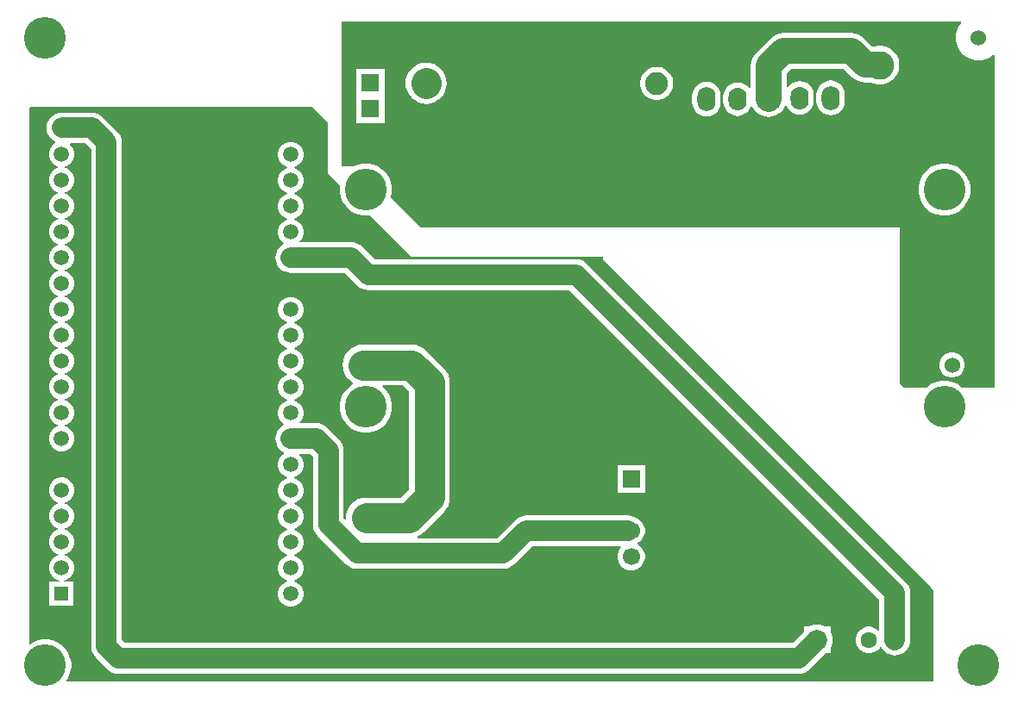
<source format=gbl>
G04*
G04 #@! TF.GenerationSoftware,Altium Limited,Altium Designer,24.9.1 (31)*
G04*
G04 Layer_Physical_Order=2*
G04 Layer_Color=16711680*
%FSTAX24Y24*%
%MOIN*%
G70*
G04*
G04 #@! TF.SameCoordinates,937A2281-D82C-41EB-8C72-0E8F8F28929F*
G04*
G04*
G04 #@! TF.FilePolarity,Positive*
G04*
G01*
G75*
%ADD34C,0.0984*%
%ADD35C,0.1181*%
%ADD36C,0.0787*%
%ADD39C,0.0669*%
%ADD40R,0.0669X0.0669*%
%ADD41C,0.0591*%
%ADD43C,0.0600*%
%ADD44C,0.1614*%
%ADD45O,0.0700X0.0950*%
%ADD46O,0.0700X0.0900*%
%ADD47C,0.1100*%
%ADD48C,0.0630*%
%ADD49R,0.0630X0.0630*%
%ADD50C,0.0886*%
%ADD51R,0.0709X0.0709*%
%ADD52C,0.0500*%
%ADD53R,0.0531X0.0531*%
G36*
X049603Y045934D02*
X049588Y045919D01*
X049491Y045774D01*
X049424Y045613D01*
X04939Y045442D01*
Y045267D01*
X049424Y045096D01*
X049491Y044935D01*
X049588Y04479D01*
X049711Y044666D01*
X049856Y044569D01*
X050017Y044503D01*
X050188Y044468D01*
X050363D01*
X050534Y044503D01*
X050695Y044569D01*
X05084Y044666D01*
X050856Y044682D01*
X050902Y044663D01*
Y031811D01*
X04963D01*
X049592Y031849D01*
X049428Y031959D01*
X049245Y032034D01*
X049051Y032073D01*
X048853D01*
X048659Y032034D01*
X048476Y031959D01*
X048312Y031849D01*
X048274Y031811D01*
X047402D01*
X047244Y031969D01*
Y037992D01*
X02874D01*
X027564Y039168D01*
X027567Y039176D01*
X027606Y03937D01*
Y039568D01*
X027567Y039762D01*
X027492Y039944D01*
X027382Y040109D01*
X027242Y040249D01*
X027078Y040359D01*
X026895Y040434D01*
X026701Y040473D01*
X026503D01*
X026309Y040434D01*
X026133Y040361D01*
X02567D01*
Y045981D01*
X049584D01*
X049603Y045934D01*
D02*
G37*
G36*
X025118Y042067D02*
Y040118D01*
X02561Y039627D01*
X025598Y039568D01*
Y03937D01*
X025637Y039176D01*
X025712Y038993D01*
X025822Y038829D01*
X025962Y038689D01*
X026126Y038579D01*
X026309Y038504D01*
X026503Y038465D01*
X026701D01*
X02676Y038477D01*
X028346Y03689D01*
X035748D01*
Y036772D01*
X048543Y023976D01*
Y020437D01*
X015055D01*
X015031Y020481D01*
X015102Y020587D01*
X015178Y02077D01*
X015217Y020964D01*
Y021162D01*
X015178Y021356D01*
X015102Y021539D01*
X014992Y021703D01*
X014853Y021843D01*
X014688Y021953D01*
X014505Y022028D01*
X014311Y022067D01*
X014114D01*
X01392Y022028D01*
X013737Y021953D01*
X013631Y021881D01*
X013586Y021905D01*
Y042638D01*
X013626Y042677D01*
X024508D01*
X025118Y042067D01*
D02*
G37*
%LPC*%
G36*
X045354Y045535D02*
X042738D01*
X042603Y045522D01*
X042473Y045482D01*
X042353Y045418D01*
X042248Y045332D01*
X041671Y044756D01*
X041585Y044651D01*
X041521Y044531D01*
X041482Y044401D01*
X041469Y044266D01*
Y04339D01*
X041419Y043373D01*
X041351Y043461D01*
X041237Y043549D01*
X041104Y043604D01*
X040961Y043623D01*
X040818Y043604D01*
X040685Y043549D01*
X040571Y043461D01*
X040483Y043347D01*
X040428Y043214D01*
X040409Y043071D01*
Y042871D01*
X040428Y042729D01*
X040483Y042595D01*
X040571Y042481D01*
X040685Y042394D01*
X040818Y042338D01*
X040961Y04232D01*
X041104Y042338D01*
X041237Y042394D01*
X041351Y042481D01*
X041439Y042595D01*
X041477Y042688D01*
X041531Y042688D01*
X041585Y042587D01*
X041671Y042482D01*
X041776Y042396D01*
X041896Y042332D01*
X042026Y042292D01*
X042161Y042279D01*
X042296Y042292D01*
X042426Y042332D01*
X042546Y042396D01*
X042651Y042482D01*
X042737Y042587D01*
X042801Y042706D01*
X042802Y042711D01*
X042855Y042714D01*
X042883Y042645D01*
X042971Y042531D01*
X043085Y042444D01*
X043218Y042388D01*
X043361Y04237D01*
X043504Y042388D01*
X043637Y042444D01*
X043751Y042531D01*
X043839Y042645D01*
X043894Y042779D01*
X043913Y042921D01*
Y043121D01*
X043894Y043264D01*
X043839Y043397D01*
X043751Y043511D01*
X043637Y043599D01*
X043504Y043654D01*
X043361Y043673D01*
X043218Y043654D01*
X043085Y043599D01*
X042971Y043511D01*
X042903Y043423D01*
X042853Y04344D01*
Y043979D01*
X043024Y04415D01*
X045068D01*
X045394Y043824D01*
X045499Y043738D01*
X045618Y043674D01*
X045748Y043634D01*
X045883Y043621D01*
X046131D01*
X046247Y043573D01*
X046391Y043544D01*
X046538D01*
X046682Y043573D01*
X046818Y043629D01*
X046941Y043711D01*
X047045Y043815D01*
X047126Y043938D01*
X047183Y044073D01*
X047211Y044218D01*
Y044365D01*
X047183Y044509D01*
X047126Y044645D01*
X047045Y044767D01*
X046941Y044871D01*
X046818Y044953D01*
X046682Y045009D01*
X046538Y045038D01*
X046391D01*
X046247Y045009D01*
X046238Y045006D01*
X04617D01*
X045844Y045332D01*
X045739Y045418D01*
X045619Y045482D01*
X045489Y045522D01*
X045354Y045535D01*
D02*
G37*
G36*
X037898Y044222D02*
X037772D01*
X037648Y044198D01*
X037532Y04415D01*
X037427Y04408D01*
X037338Y043991D01*
X037268Y043886D01*
X037219Y043769D01*
X037195Y043646D01*
Y04352D01*
X037219Y043396D01*
X037268Y04328D01*
X037338Y043175D01*
X037427Y043086D01*
X037532Y043016D01*
X037648Y042968D01*
X037772Y042943D01*
X037898D01*
X038021Y042968D01*
X038138Y043016D01*
X038242Y043086D01*
X038332Y043175D01*
X038402Y04328D01*
X03845Y043396D01*
X038474Y04352D01*
Y043646D01*
X03845Y043769D01*
X038402Y043886D01*
X038332Y043991D01*
X038242Y04408D01*
X038138Y04415D01*
X038021Y044198D01*
X037898Y044222D01*
D02*
G37*
G36*
X028921Y04439D02*
X028767Y044374D01*
X028618Y044329D01*
X028482Y044256D01*
X028362Y044158D01*
X028263Y044038D01*
X02819Y043901D01*
X028145Y043753D01*
X02813Y043598D01*
X028145Y043444D01*
X02819Y043296D01*
X028263Y043159D01*
X028362Y043039D01*
X028378Y043023D01*
X028497Y042925D01*
X028634Y042852D01*
X028783Y042807D01*
X028937Y042791D01*
X029091Y042807D01*
X02924Y042852D01*
X029377Y042925D01*
X029496Y043023D01*
X029595Y043143D01*
X029668Y04328D01*
X029713Y043428D01*
X029728Y043583D01*
X029713Y043737D01*
X029668Y043885D01*
X029595Y044022D01*
X029496Y044142D01*
X029481Y044158D01*
X029361Y044256D01*
X029224Y044329D01*
X029076Y044374D01*
X028921Y04439D01*
D02*
G37*
G36*
X044561Y043698D02*
X044418Y043679D01*
X044285Y043624D01*
X044171Y043536D01*
X044083Y043422D01*
X044028Y043289D01*
X044009Y043146D01*
Y042896D01*
X044028Y042754D01*
X044083Y04262D01*
X044171Y042506D01*
X044285Y042419D01*
X044418Y042363D01*
X044561Y042345D01*
X044704Y042363D01*
X044837Y042419D01*
X044951Y042506D01*
X045039Y04262D01*
X045094Y042754D01*
X045113Y042896D01*
Y043146D01*
X045094Y043289D01*
X045039Y043422D01*
X044951Y043536D01*
X044837Y043624D01*
X044704Y043679D01*
X044561Y043698D01*
D02*
G37*
G36*
X039761Y043648D02*
X039618Y043629D01*
X039485Y043574D01*
X039371Y043486D01*
X039283Y043372D01*
X039228Y043239D01*
X039209Y043096D01*
Y042846D01*
X039228Y042703D01*
X039283Y04257D01*
X039371Y042456D01*
X039485Y042369D01*
X039618Y042313D01*
X039761Y042295D01*
X039904Y042313D01*
X040037Y042369D01*
X040151Y042456D01*
X040239Y04257D01*
X040294Y042703D01*
X040313Y042846D01*
Y043096D01*
X040294Y043239D01*
X040239Y043372D01*
X040151Y043486D01*
X040037Y043574D01*
X039904Y043629D01*
X039761Y043648D01*
D02*
G37*
G36*
X027323Y04415D02*
X02622D01*
Y043047D01*
Y042047D01*
X027323D01*
Y043047D01*
Y04415D01*
D02*
G37*
G36*
X049051Y040473D02*
X048853D01*
X048659Y040434D01*
X048476Y040359D01*
X048312Y040249D01*
X048172Y040109D01*
X048062Y039944D01*
X047987Y039762D01*
X047948Y039568D01*
Y03937D01*
X047987Y039176D01*
X048062Y038993D01*
X048172Y038829D01*
X048312Y038689D01*
X048476Y038579D01*
X048659Y038504D01*
X048853Y038465D01*
X049051D01*
X049245Y038504D01*
X049428Y038579D01*
X049592Y038689D01*
X049732Y038829D01*
X049842Y038993D01*
X049917Y039176D01*
X049956Y03937D01*
Y039568D01*
X049917Y039762D01*
X049842Y039944D01*
X049732Y040109D01*
X049592Y040249D01*
X049428Y040359D01*
X049245Y040434D01*
X049051Y040473D01*
D02*
G37*
G36*
X049313Y033186D02*
X049183D01*
X049056Y033152D01*
X048943Y033087D01*
X04885Y032994D01*
X048785Y032881D01*
X048751Y032754D01*
Y032624D01*
X048785Y032497D01*
X04885Y032384D01*
X048943Y032291D01*
X049056Y032226D01*
X049183Y032192D01*
X049313D01*
X04944Y032226D01*
X049553Y032291D01*
X049646Y032384D01*
X049711Y032497D01*
X049745Y032624D01*
Y032754D01*
X049711Y032881D01*
X049646Y032994D01*
X049553Y033087D01*
X04944Y033152D01*
X049313Y033186D01*
D02*
G37*
G36*
X037382Y028799D02*
X036319D01*
Y027736D01*
X037382D01*
Y028799D01*
D02*
G37*
G36*
X023759Y035319D02*
X023629D01*
X023504Y035285D01*
X023392Y03522D01*
X0233Y035129D01*
X023236Y035016D01*
X023202Y034891D01*
Y034762D01*
X023236Y034636D01*
X0233Y034524D01*
X023392Y034433D01*
X023504Y034368D01*
X023562Y034352D01*
Y0343D01*
X023504Y034285D01*
X023392Y03422D01*
X0233Y034129D01*
X023236Y034016D01*
X023202Y033891D01*
Y033762D01*
X023236Y033636D01*
X0233Y033524D01*
X023392Y033433D01*
X023504Y033368D01*
X023562Y033352D01*
Y0333D01*
X023504Y033285D01*
X023392Y03322D01*
X0233Y033129D01*
X023236Y033016D01*
X023202Y032891D01*
Y032762D01*
X023236Y032636D01*
X0233Y032524D01*
X023392Y032433D01*
X023504Y032368D01*
X023562Y032352D01*
Y032301D01*
X023504Y032285D01*
X023392Y03222D01*
X0233Y032129D01*
X023236Y032016D01*
X023202Y031891D01*
Y031762D01*
X023236Y031636D01*
X0233Y031524D01*
X023392Y031433D01*
X023504Y031368D01*
X023562Y031352D01*
Y0313D01*
X023504Y031285D01*
X023392Y03122D01*
X0233Y031129D01*
X023236Y031016D01*
X023202Y030891D01*
Y030762D01*
X023236Y030636D01*
X0233Y030524D01*
X023392Y030433D01*
X023424Y030414D01*
X023423Y030364D01*
X023371Y030336D01*
X023281Y030262D01*
X023207Y030172D01*
X023153Y03007D01*
X023119Y029958D01*
X023107Y029843D01*
X023119Y029727D01*
X023153Y029615D01*
X023207Y029513D01*
X023281Y029423D01*
X023371Y029349D01*
X023446Y029309D01*
X023447Y029252D01*
X023392Y02922D01*
X0233Y029129D01*
X023236Y029016D01*
X023202Y028891D01*
Y028762D01*
X023236Y028636D01*
X0233Y028524D01*
X023392Y028433D01*
X023504Y028368D01*
X023562Y028352D01*
Y0283D01*
X023504Y028285D01*
X023392Y02822D01*
X0233Y028129D01*
X023236Y028016D01*
X023202Y027891D01*
Y027762D01*
X023236Y027636D01*
X0233Y027524D01*
X023392Y027433D01*
X023504Y027368D01*
X023562Y027352D01*
Y027301D01*
X023504Y027285D01*
X023392Y02722D01*
X0233Y027129D01*
X023236Y027016D01*
X023202Y026891D01*
Y026762D01*
X023236Y026636D01*
X0233Y026524D01*
X023392Y026433D01*
X023504Y026368D01*
X023562Y026352D01*
Y0263D01*
X023504Y026285D01*
X023392Y02622D01*
X0233Y026129D01*
X023236Y026016D01*
X023202Y025891D01*
Y025762D01*
X023236Y025636D01*
X0233Y025524D01*
X023392Y025433D01*
X023504Y025368D01*
X023562Y025352D01*
Y025301D01*
X023504Y025285D01*
X023392Y02522D01*
X0233Y025129D01*
X023236Y025016D01*
X023202Y024891D01*
Y024762D01*
X023236Y024636D01*
X0233Y024524D01*
X023392Y024433D01*
X023504Y024368D01*
X023562Y024352D01*
Y0243D01*
X023504Y024285D01*
X023392Y02422D01*
X0233Y024129D01*
X023236Y024016D01*
X023202Y023891D01*
Y023762D01*
X023236Y023636D01*
X0233Y023524D01*
X023392Y023433D01*
X023504Y023368D01*
X023629Y023334D01*
X023759D01*
X023884Y023368D01*
X023996Y023433D01*
X024088Y023524D01*
X024153Y023636D01*
X024186Y023762D01*
Y023891D01*
X024153Y024016D01*
X024088Y024129D01*
X023996Y02422D01*
X023884Y024285D01*
X023826Y0243D01*
Y024352D01*
X023884Y024368D01*
X023996Y024433D01*
X024088Y024524D01*
X024153Y024636D01*
X024186Y024762D01*
Y024891D01*
X024153Y025016D01*
X024088Y025129D01*
X023996Y02522D01*
X023884Y025285D01*
X023826Y025301D01*
Y025352D01*
X023884Y025368D01*
X023996Y025433D01*
X024088Y025524D01*
X024153Y025636D01*
X024186Y025762D01*
Y025891D01*
X024153Y026016D01*
X024088Y026129D01*
X023996Y02622D01*
X023884Y026285D01*
X023826Y0263D01*
Y026352D01*
X023884Y026368D01*
X023996Y026433D01*
X024088Y026524D01*
X024153Y026636D01*
X024186Y026762D01*
Y026891D01*
X024153Y027016D01*
X024088Y027129D01*
X023996Y02722D01*
X023884Y027285D01*
X023826Y027301D01*
Y027352D01*
X023884Y027368D01*
X023996Y027433D01*
X024088Y027524D01*
X024153Y027636D01*
X024186Y027762D01*
Y027891D01*
X024153Y028016D01*
X024088Y028129D01*
X023996Y02822D01*
X023884Y028285D01*
X023826Y0283D01*
Y028352D01*
X023884Y028368D01*
X023996Y028433D01*
X024088Y028524D01*
X024153Y028636D01*
X024186Y028762D01*
Y028891D01*
X024153Y029016D01*
X024088Y029129D01*
X024017Y029199D01*
X024038Y029249D01*
X024442D01*
X024556Y029135D01*
Y026504D01*
X024567Y026389D01*
X024601Y026277D01*
X024656Y026175D01*
X02473Y026085D01*
X02584Y024974D01*
X02593Y0249D01*
X026033Y024845D01*
X026144Y024812D01*
X02626Y0248D01*
X02626Y0248D01*
X031904D01*
X032019Y024812D01*
X032131Y024845D01*
X032233Y0249D01*
X032323Y024974D01*
X033027Y025678D01*
X036444D01*
X036463Y025632D01*
X036425Y025594D01*
X036355Y025473D01*
X036319Y025338D01*
Y025198D01*
X036355Y025063D01*
X036425Y024941D01*
X036524Y024842D01*
X036645Y024772D01*
X03678Y024736D01*
X03692D01*
X037056Y024772D01*
X037177Y024842D01*
X037276Y024941D01*
X037346Y025063D01*
X037382Y025198D01*
Y025338D01*
X037346Y025473D01*
X037276Y025594D01*
X037177Y025693D01*
X037097Y025739D01*
Y025797D01*
X037177Y025842D01*
X037276Y025941D01*
X037346Y026063D01*
X037382Y026198D01*
Y026338D01*
X037346Y026473D01*
X037276Y026594D01*
X037177Y026693D01*
X037086Y026746D01*
X037062Y026765D01*
X036959Y02682D01*
X036848Y026854D01*
X036732Y026865D01*
X032781D01*
X032666Y026854D01*
X032554Y02682D01*
X032452Y026765D01*
X032362Y026691D01*
X031658Y025987D01*
X028595D01*
X028591Y025993D01*
X02861Y026059D01*
X028701Y026107D01*
X028821Y026206D01*
X029615Y027D01*
X029713Y027119D01*
X029786Y027256D01*
X029831Y027405D01*
X029846Y027559D01*
X029846Y027559D01*
Y031997D01*
X029846Y031997D01*
X029831Y032151D01*
X029786Y0323D01*
X029713Y032437D01*
X029615Y032557D01*
X029615Y032557D01*
X028923Y033248D01*
X028803Y033347D01*
X028666Y03342D01*
X028518Y033465D01*
X028363Y03348D01*
X0265D01*
X026346Y033465D01*
X026197Y03342D01*
X02606Y033347D01*
X025941Y033248D01*
X025842Y033129D01*
X025769Y032992D01*
X025724Y032843D01*
X025709Y032689D01*
X025724Y032535D01*
X025769Y032386D01*
X025842Y032249D01*
X025941Y03213D01*
X02606Y032031D01*
X026113Y032003D01*
X02611Y031948D01*
X025962Y031849D01*
X025822Y031709D01*
X025712Y031544D01*
X025637Y031362D01*
X025598Y031168D01*
Y03097D01*
X025637Y030776D01*
X025712Y030593D01*
X025822Y030429D01*
X025962Y030289D01*
X026126Y030179D01*
X026309Y030104D01*
X026503Y030065D01*
X026701D01*
X026895Y030104D01*
X027078Y030179D01*
X027242Y030289D01*
X027382Y030429D01*
X027492Y030593D01*
X027567Y030776D01*
X027606Y03097D01*
Y031168D01*
X027567Y031362D01*
X027492Y031544D01*
X027382Y031709D01*
X027243Y031848D01*
X027243Y03186D01*
X027255Y031898D01*
X028036D01*
X028264Y031669D01*
Y027887D01*
X027934Y027556D01*
X026615D01*
X02646Y027541D01*
X026312Y027496D01*
X026175Y027423D01*
X026055Y027325D01*
X025957Y027205D01*
X025884Y027068D01*
X025839Y02692D01*
X025823Y026765D01*
X025827Y026733D01*
X025781Y026711D01*
X025743Y02675D01*
Y029381D01*
X025731Y029497D01*
X025698Y029608D01*
X025643Y029711D01*
X025569Y029801D01*
X025108Y030262D01*
X025018Y030336D01*
X024915Y030391D01*
X024804Y030425D01*
X024688Y030436D01*
X024065D01*
X024046Y030482D01*
X024088Y030524D01*
X024153Y030636D01*
X024186Y030762D01*
Y030891D01*
X024153Y031016D01*
X024088Y031129D01*
X023996Y03122D01*
X023884Y031285D01*
X023826Y0313D01*
Y031352D01*
X023884Y031368D01*
X023996Y031433D01*
X024088Y031524D01*
X024153Y031636D01*
X024186Y031762D01*
Y031891D01*
X024153Y032016D01*
X024088Y032129D01*
X023996Y03222D01*
X023884Y032285D01*
X023826Y032301D01*
Y032352D01*
X023884Y032368D01*
X023996Y032433D01*
X024088Y032524D01*
X024153Y032636D01*
X024186Y032762D01*
Y032891D01*
X024153Y033016D01*
X024088Y033129D01*
X023996Y03322D01*
X023884Y033285D01*
X023826Y0333D01*
Y033352D01*
X023884Y033368D01*
X023996Y033433D01*
X024088Y033524D01*
X024153Y033636D01*
X024186Y033762D01*
Y033891D01*
X024153Y034016D01*
X024088Y034129D01*
X023996Y03422D01*
X023884Y034285D01*
X023826Y0343D01*
Y034352D01*
X023884Y034368D01*
X023996Y034433D01*
X024088Y034524D01*
X024153Y034636D01*
X024186Y034762D01*
Y034891D01*
X024153Y035016D01*
X024088Y035129D01*
X023996Y03522D01*
X023884Y035285D01*
X023759Y035319D01*
D02*
G37*
G36*
X014907Y028335D02*
X014778D01*
X014653Y028301D01*
X01454Y028236D01*
X014449Y028145D01*
X014384Y028032D01*
X01435Y027907D01*
Y027778D01*
X014384Y027653D01*
X014449Y02754D01*
X01454Y027449D01*
X014653Y027384D01*
X014711Y027368D01*
Y027317D01*
X014653Y027301D01*
X01454Y027236D01*
X014449Y027145D01*
X014384Y027032D01*
X01435Y026907D01*
Y026778D01*
X014384Y026653D01*
X014449Y02654D01*
X01454Y026449D01*
X014653Y026384D01*
X014711Y026368D01*
Y026317D01*
X014653Y026301D01*
X01454Y026236D01*
X014449Y026145D01*
X014384Y026032D01*
X01435Y025907D01*
Y025778D01*
X014384Y025653D01*
X014449Y02554D01*
X01454Y025449D01*
X014653Y025384D01*
X014711Y025368D01*
Y025317D01*
X014653Y025301D01*
X01454Y025236D01*
X014449Y025145D01*
X014384Y025032D01*
X01435Y024907D01*
Y024778D01*
X014384Y024653D01*
X014449Y02454D01*
X01454Y024449D01*
X014653Y024384D01*
X01476Y024355D01*
X014754Y024305D01*
X01438D01*
Y02338D01*
X015305D01*
Y024305D01*
X014932D01*
X014925Y024355D01*
X015032Y024384D01*
X015145Y024449D01*
X015236Y02454D01*
X015301Y024653D01*
X015335Y024778D01*
Y024907D01*
X015301Y025032D01*
X015236Y025145D01*
X015145Y025236D01*
X015032Y025301D01*
X014975Y025317D01*
Y025368D01*
X015032Y025384D01*
X015145Y025449D01*
X015236Y02554D01*
X015301Y025653D01*
X015335Y025778D01*
Y025907D01*
X015301Y026032D01*
X015236Y026145D01*
X015145Y026236D01*
X015032Y026301D01*
X014975Y026317D01*
Y026368D01*
X015032Y026384D01*
X015145Y026449D01*
X015236Y02654D01*
X015301Y026653D01*
X015335Y026778D01*
Y026907D01*
X015301Y027032D01*
X015236Y027145D01*
X015145Y027236D01*
X015032Y027301D01*
X014975Y027317D01*
Y027368D01*
X015032Y027384D01*
X015145Y027449D01*
X015236Y02754D01*
X015301Y027653D01*
X015335Y027778D01*
Y027907D01*
X015301Y028032D01*
X015236Y028145D01*
X015145Y028236D01*
X015032Y028301D01*
X014907Y028335D01*
D02*
G37*
G36*
X023759Y041318D02*
X023629D01*
X023504Y041285D01*
X023392Y04122D01*
X0233Y041129D01*
X023236Y041016D01*
X023202Y040891D01*
Y040762D01*
X023236Y040636D01*
X0233Y040524D01*
X023392Y040433D01*
X023504Y040368D01*
X023562Y040352D01*
Y0403D01*
X023504Y040285D01*
X023392Y04022D01*
X0233Y040129D01*
X023236Y040016D01*
X023202Y039891D01*
Y039762D01*
X023236Y039636D01*
X0233Y039524D01*
X023392Y039433D01*
X023504Y039368D01*
X023562Y039352D01*
Y0393D01*
X023504Y039285D01*
X023392Y03922D01*
X0233Y039129D01*
X023236Y039016D01*
X023202Y038891D01*
Y038762D01*
X023236Y038636D01*
X0233Y038524D01*
X023392Y038433D01*
X023504Y038368D01*
X023562Y038352D01*
Y0383D01*
X023504Y038285D01*
X023392Y03822D01*
X0233Y038129D01*
X023236Y038016D01*
X023202Y037891D01*
Y037762D01*
X023236Y037636D01*
X0233Y037524D01*
X023392Y037433D01*
X023424Y037414D01*
X023423Y037364D01*
X023371Y037336D01*
X023281Y037262D01*
X023207Y037172D01*
X023153Y03707D01*
X023119Y036958D01*
X023107Y036843D01*
X023119Y036727D01*
X023153Y036615D01*
X023207Y036513D01*
X023281Y036423D01*
X023371Y036349D01*
X023474Y036294D01*
X023585Y036261D01*
X023701Y036249D01*
X025784D01*
X026271Y035761D01*
X026361Y035688D01*
X026464Y035633D01*
X026575Y035599D01*
X026691Y035588D01*
X034478D01*
X046446Y02362D01*
Y02243D01*
X0464Y022411D01*
X046354Y022457D01*
X046237Y022524D01*
X046107Y022559D01*
X045972D01*
X045842Y022524D01*
X045725Y022457D01*
X04563Y022362D01*
X045562Y022245D01*
X045528Y022115D01*
Y02198D01*
X045562Y02185D01*
X04563Y021733D01*
X045725Y021638D01*
X045842Y02157D01*
X045972Y021535D01*
X046107D01*
X046237Y02157D01*
X046354Y021638D01*
X046449Y021733D01*
X046469Y021768D01*
X046519Y021767D01*
X046546Y021718D01*
X04662Y021628D01*
X04671Y021554D01*
X046812Y021499D01*
X046924Y021465D01*
X047039Y021454D01*
X047155Y021465D01*
X047266Y021499D01*
X047369Y021554D01*
X047459Y021628D01*
X047533Y021718D01*
X047588Y02182D01*
X047621Y021931D01*
X047633Y022047D01*
Y023866D01*
X047621Y023982D01*
X047588Y024093D01*
X047533Y024195D01*
X047459Y024285D01*
X035144Y036601D01*
X035054Y036674D01*
X034951Y036729D01*
X03484Y036763D01*
X034724Y036775D01*
X026937D01*
X026449Y037262D01*
X026359Y037336D01*
X026257Y037391D01*
X026145Y037425D01*
X02603Y037436D01*
X024065D01*
X024046Y037482D01*
X024088Y037524D01*
X024153Y037636D01*
X024186Y037762D01*
Y037891D01*
X024153Y038016D01*
X024088Y038129D01*
X023996Y03822D01*
X023884Y038285D01*
X023826Y0383D01*
Y038352D01*
X023884Y038368D01*
X023996Y038433D01*
X024088Y038524D01*
X024153Y038636D01*
X024186Y038762D01*
Y038891D01*
X024153Y039016D01*
X024088Y039129D01*
X023996Y03922D01*
X023884Y039285D01*
X023826Y0393D01*
Y039352D01*
X023884Y039368D01*
X023996Y039433D01*
X024088Y039524D01*
X024153Y039636D01*
X024186Y039762D01*
Y039891D01*
X024153Y040016D01*
X024088Y040129D01*
X023996Y04022D01*
X023884Y040285D01*
X023826Y0403D01*
Y040352D01*
X023884Y040368D01*
X023996Y040433D01*
X024088Y040524D01*
X024153Y040636D01*
X024186Y040762D01*
Y040891D01*
X024153Y041016D01*
X024088Y041129D01*
X023996Y04122D01*
X023884Y041285D01*
X023759Y041318D01*
D02*
G37*
G36*
X016015Y042452D02*
X014849D01*
X014733Y042441D01*
X014622Y042407D01*
X01452Y042352D01*
X01443Y042278D01*
X014356Y042188D01*
X014301Y042086D01*
X014267Y041974D01*
X014256Y041859D01*
X014267Y041743D01*
X014301Y041632D01*
X014356Y041529D01*
X01443Y041439D01*
X01452Y041365D01*
X014594Y041325D01*
X014595Y041268D01*
X01454Y041236D01*
X014449Y041145D01*
X014384Y041032D01*
X01435Y040907D01*
Y040778D01*
X014384Y040653D01*
X014449Y04054D01*
X01454Y040449D01*
X014653Y040384D01*
X014711Y040368D01*
Y040317D01*
X014653Y040301D01*
X01454Y040236D01*
X014449Y040145D01*
X014384Y040032D01*
X01435Y039907D01*
Y039778D01*
X014384Y039653D01*
X014449Y03954D01*
X01454Y039449D01*
X014653Y039384D01*
X014711Y039368D01*
Y039317D01*
X014653Y039301D01*
X01454Y039236D01*
X014449Y039145D01*
X014384Y039032D01*
X01435Y038907D01*
Y038778D01*
X014384Y038653D01*
X014449Y03854D01*
X01454Y038449D01*
X014653Y038384D01*
X014711Y038368D01*
Y038317D01*
X014653Y038301D01*
X01454Y038236D01*
X014449Y038145D01*
X014384Y038032D01*
X01435Y037907D01*
Y037778D01*
X014384Y037653D01*
X014449Y03754D01*
X01454Y037449D01*
X014653Y037384D01*
X014711Y037368D01*
Y037317D01*
X014653Y037301D01*
X01454Y037236D01*
X014449Y037145D01*
X014384Y037032D01*
X01435Y036907D01*
Y036778D01*
X014384Y036653D01*
X014449Y03654D01*
X01454Y036449D01*
X014653Y036384D01*
X014711Y036368D01*
Y036317D01*
X014653Y036301D01*
X01454Y036236D01*
X014449Y036145D01*
X014384Y036032D01*
X01435Y035907D01*
Y035778D01*
X014384Y035653D01*
X014449Y03554D01*
X01454Y035449D01*
X014653Y035384D01*
X014711Y035368D01*
Y035317D01*
X014653Y035301D01*
X01454Y035236D01*
X014449Y035145D01*
X014384Y035032D01*
X01435Y034907D01*
Y034778D01*
X014384Y034653D01*
X014449Y03454D01*
X01454Y034449D01*
X014653Y034384D01*
X014711Y034368D01*
Y034317D01*
X014653Y034301D01*
X01454Y034236D01*
X014449Y034145D01*
X014384Y034032D01*
X01435Y033907D01*
Y033778D01*
X014384Y033653D01*
X014449Y03354D01*
X01454Y033449D01*
X014653Y033384D01*
X014711Y033368D01*
Y033317D01*
X014653Y033301D01*
X01454Y033236D01*
X014449Y033145D01*
X014384Y033032D01*
X01435Y032907D01*
Y032778D01*
X014384Y032653D01*
X014449Y03254D01*
X01454Y032449D01*
X014653Y032384D01*
X014711Y032368D01*
Y032317D01*
X014653Y032301D01*
X01454Y032236D01*
X014449Y032145D01*
X014384Y032032D01*
X01435Y031907D01*
Y031778D01*
X014384Y031653D01*
X014449Y03154D01*
X01454Y031449D01*
X014653Y031384D01*
X014711Y031368D01*
Y031317D01*
X014653Y031301D01*
X01454Y031236D01*
X014449Y031145D01*
X014384Y031032D01*
X01435Y030907D01*
Y030778D01*
X014384Y030653D01*
X014449Y03054D01*
X01454Y030449D01*
X014653Y030384D01*
X014711Y030368D01*
Y030317D01*
X014653Y030301D01*
X01454Y030236D01*
X014449Y030145D01*
X014384Y030032D01*
X01435Y029907D01*
Y029778D01*
X014384Y029653D01*
X014449Y02954D01*
X01454Y029449D01*
X014653Y029384D01*
X014778Y02935D01*
X014907D01*
X015032Y029384D01*
X015145Y029449D01*
X015236Y02954D01*
X015301Y029653D01*
X015335Y029778D01*
Y029907D01*
X015301Y030032D01*
X015236Y030145D01*
X015145Y030236D01*
X015032Y030301D01*
X014975Y030317D01*
Y030368D01*
X015032Y030384D01*
X015145Y030449D01*
X015236Y03054D01*
X015301Y030653D01*
X015335Y030778D01*
Y030907D01*
X015301Y031032D01*
X015236Y031145D01*
X015145Y031236D01*
X015032Y031301D01*
X014975Y031317D01*
Y031368D01*
X015032Y031384D01*
X015145Y031449D01*
X015236Y03154D01*
X015301Y031653D01*
X015335Y031778D01*
Y031907D01*
X015301Y032032D01*
X015236Y032145D01*
X015145Y032236D01*
X015032Y032301D01*
X014975Y032317D01*
Y032368D01*
X015032Y032384D01*
X015145Y032449D01*
X015236Y03254D01*
X015301Y032653D01*
X015335Y032778D01*
Y032907D01*
X015301Y033032D01*
X015236Y033145D01*
X015145Y033236D01*
X015032Y033301D01*
X014975Y033317D01*
Y033368D01*
X015032Y033384D01*
X015145Y033449D01*
X015236Y03354D01*
X015301Y033653D01*
X015335Y033778D01*
Y033907D01*
X015301Y034032D01*
X015236Y034145D01*
X015145Y034236D01*
X015032Y034301D01*
X014975Y034317D01*
Y034368D01*
X015032Y034384D01*
X015145Y034449D01*
X015236Y03454D01*
X015301Y034653D01*
X015335Y034778D01*
Y034907D01*
X015301Y035032D01*
X015236Y035145D01*
X015145Y035236D01*
X015032Y035301D01*
X014975Y035317D01*
Y035368D01*
X015032Y035384D01*
X015145Y035449D01*
X015236Y03554D01*
X015301Y035653D01*
X015335Y035778D01*
Y035907D01*
X015301Y036032D01*
X015236Y036145D01*
X015145Y036236D01*
X015032Y036301D01*
X014975Y036317D01*
Y036368D01*
X015032Y036384D01*
X015145Y036449D01*
X015236Y03654D01*
X015301Y036653D01*
X015335Y036778D01*
Y036907D01*
X015301Y037032D01*
X015236Y037145D01*
X015145Y037236D01*
X015032Y037301D01*
X014975Y037317D01*
Y037368D01*
X015032Y037384D01*
X015145Y037449D01*
X015236Y03754D01*
X015301Y037653D01*
X015335Y037778D01*
Y037907D01*
X015301Y038032D01*
X015236Y038145D01*
X015145Y038236D01*
X015032Y038301D01*
X014975Y038317D01*
Y038368D01*
X015032Y038384D01*
X015145Y038449D01*
X015236Y03854D01*
X015301Y038653D01*
X015335Y038778D01*
Y038907D01*
X015301Y039032D01*
X015236Y039145D01*
X015145Y039236D01*
X015032Y039301D01*
X014975Y039317D01*
Y039368D01*
X015032Y039384D01*
X015145Y039449D01*
X015236Y03954D01*
X015301Y039653D01*
X015335Y039778D01*
Y039907D01*
X015301Y040032D01*
X015236Y040145D01*
X015145Y040236D01*
X015032Y040301D01*
X014975Y040317D01*
Y040368D01*
X015032Y040384D01*
X015145Y040449D01*
X015236Y04054D01*
X015301Y040653D01*
X015335Y040778D01*
Y040907D01*
X015301Y041032D01*
X015236Y041145D01*
X015166Y041215D01*
X015186Y041265D01*
X01577D01*
X015981Y041053D01*
Y0218D01*
X015993Y021684D01*
X016027Y021573D01*
X016081Y02147D01*
X016155Y02138D01*
X016616Y020919D01*
X016706Y020845D01*
X016809Y02079D01*
X01692Y020757D01*
X017036Y020745D01*
X043331D01*
X043446Y020757D01*
X043558Y02079D01*
X04366Y020845D01*
X04375Y020919D01*
X044367Y021535D01*
X044551D01*
Y021752D01*
X044588Y02182D01*
X044621Y021931D01*
X044633Y022047D01*
X044621Y022163D01*
X044588Y022274D01*
X044551Y022342D01*
Y022559D01*
X044335D01*
X044266Y022595D01*
X044155Y022629D01*
X044039Y022641D01*
X043924Y022629D01*
X043812Y022595D01*
X043744Y022559D01*
X043528D01*
Y022375D01*
X043085Y021932D01*
X017282D01*
X017168Y022046D01*
Y041299D01*
X017157Y041415D01*
X017123Y041526D01*
X017068Y041629D01*
X016994Y041719D01*
X016435Y042278D01*
X016345Y042352D01*
X016242Y042407D01*
X016131Y042441D01*
X016015Y042452D01*
D02*
G37*
%LPD*%
D34*
X045883Y044313D02*
X046442D01*
X045354Y044843D02*
X045883Y044313D01*
X046442D02*
X046465Y044291D01*
X042161Y044266D02*
X042738Y044843D01*
X042161Y042971D02*
Y044266D01*
X042738Y044843D02*
X045354D01*
D35*
X0265Y032689D02*
X028363D01*
X029055Y027559D02*
Y031997D01*
X028261Y026765D02*
X029055Y027559D01*
X028363Y032689D02*
X029055Y031997D01*
X026615Y026765D02*
X028261D01*
X028921Y043598D02*
X028937Y043583D01*
D36*
X025149Y026504D02*
X02626Y025394D01*
X031904D01*
X032781Y026272D01*
X036732D01*
X025149Y026504D02*
Y029381D01*
X017036Y021339D02*
X043331D01*
X016015Y041859D02*
X016575Y041299D01*
Y0218D02*
Y041299D01*
Y0218D02*
X017036Y021339D01*
X014849Y041859D02*
X016015D01*
X043331Y021339D02*
X044039Y022047D01*
X02603Y036843D02*
X026691Y036181D01*
X034724D02*
X047039Y023866D01*
X026691Y036181D02*
X034724D01*
X023701Y029843D02*
X024688D01*
X025149Y029381D01*
X023701Y036843D02*
X02603D01*
X047039Y022047D02*
Y023866D01*
D39*
X03685Y025268D02*
D03*
Y026268D02*
D03*
Y027268D02*
D03*
D40*
Y028268D02*
D03*
D41*
X023694Y023826D02*
D03*
Y024826D02*
D03*
Y025826D02*
D03*
Y026826D02*
D03*
Y027826D02*
D03*
Y028826D02*
D03*
Y029826D02*
D03*
Y030826D02*
D03*
Y031826D02*
D03*
Y032826D02*
D03*
Y033826D02*
D03*
Y035826D02*
D03*
Y039826D02*
D03*
Y036826D02*
D03*
Y037826D02*
D03*
Y038826D02*
D03*
Y040826D02*
D03*
Y034826D02*
D03*
X014843Y024843D02*
D03*
Y025843D02*
D03*
Y038843D02*
D03*
Y037843D02*
D03*
Y036843D02*
D03*
Y035843D02*
D03*
Y034843D02*
D03*
Y039843D02*
D03*
Y041843D02*
D03*
Y040843D02*
D03*
Y033843D02*
D03*
Y032843D02*
D03*
Y031843D02*
D03*
Y030843D02*
D03*
Y029843D02*
D03*
Y028843D02*
D03*
Y027843D02*
D03*
Y026843D02*
D03*
D43*
X049248Y032689D02*
D03*
X0265Y037748D02*
D03*
Y032689D02*
D03*
X049201Y037748D02*
D03*
X050276Y045354D02*
D03*
D44*
X048952Y031069D02*
D03*
Y039469D02*
D03*
X026602Y031069D02*
D03*
Y039469D02*
D03*
X014213Y021063D02*
D03*
X050276D02*
D03*
X014213Y045354D02*
D03*
D45*
X044561Y043021D02*
D03*
X039761Y042971D02*
D03*
D46*
X043361Y043021D02*
D03*
X042161Y042971D02*
D03*
X040961D02*
D03*
D47*
X048465Y044291D02*
D03*
X046465D02*
D03*
D48*
X047039Y022047D02*
D03*
X045039D02*
D03*
X046039D02*
D03*
D49*
X044039D02*
D03*
D50*
X037835Y043583D02*
D03*
X028937D02*
D03*
D51*
X026772Y042598D02*
D03*
Y043598D02*
D03*
D52*
X026615Y026765D02*
D03*
D53*
X023694Y041826D02*
D03*
X014843Y023843D02*
D03*
M02*

</source>
